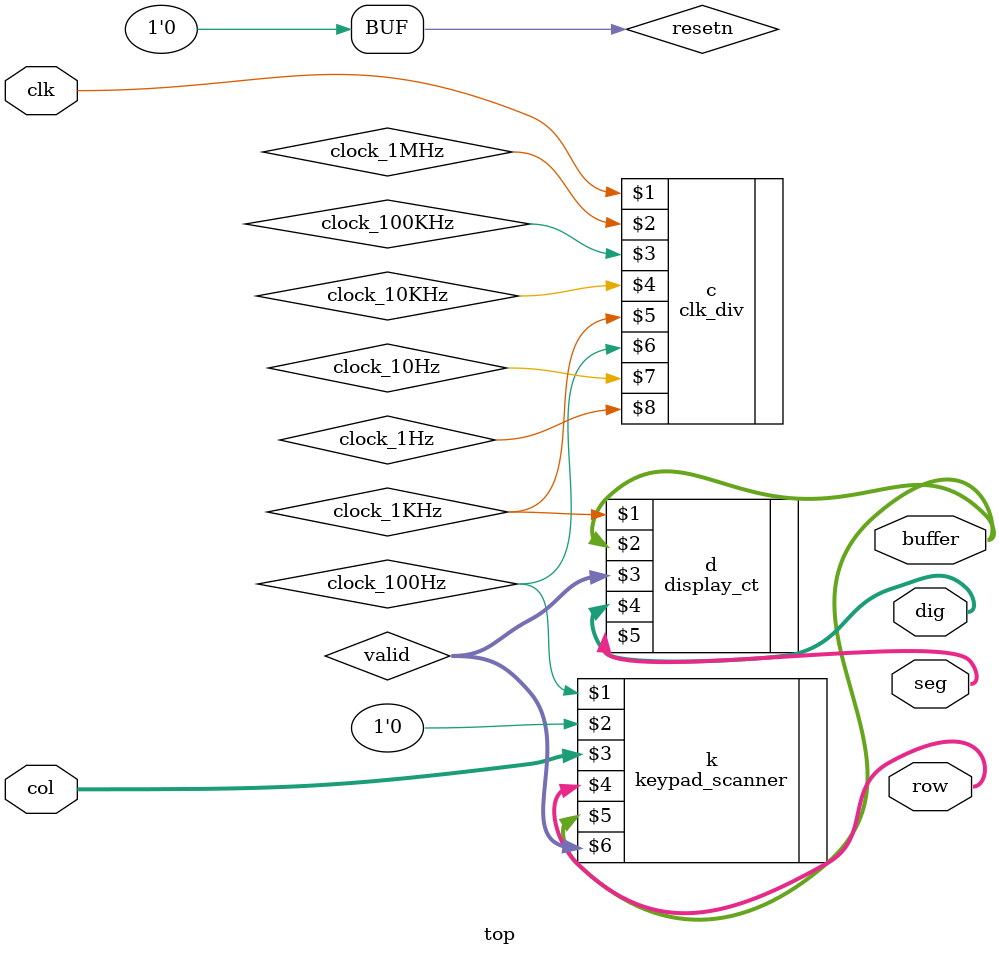
<source format=v>
`timescale 1ns / 1ps
module top(
  input clk, 
  input [0:3] col,
  output [0:3] row,
  output [15:0] buffer,	// buffer[3:0] records the BCH of the last key pressed, etc.
 
	output  [0:3] dig,	//4 pins to control four digits
	output  [0:14] seg	//

  ); 
	
	wire [3:0] valid;
	wire clock_1MHz,clock_100KHz,clock_10KHz,clock_1KHz,clock_100Hz,clock_10Hz,clock_1Hz;
	
	reg resetn = 1'b0;

	// clock divider
	clk_div c(clk, clock_1MHz, clock_100KHz, clock_10KHz, clock_1KHz, clock_100Hz, clock_10Hz, clock_1Hz);

	// Read out the four most recently pressed keys and record them in a buffer
	// keypad_scanner key_scan( .clk(clk_100), .resetn(resetn), .col(col[0:3]), .row(row), .buffer(buffer), .valid(valid));
	keypad_scanner k(clock_100Hz, resetn, col, row, buffer, valid);

	//	Display 4 HEX digits on 14-segment displays
	display_ct d(clock_1KHz,buffer,valid,dig,seg);

endmodule

</source>
